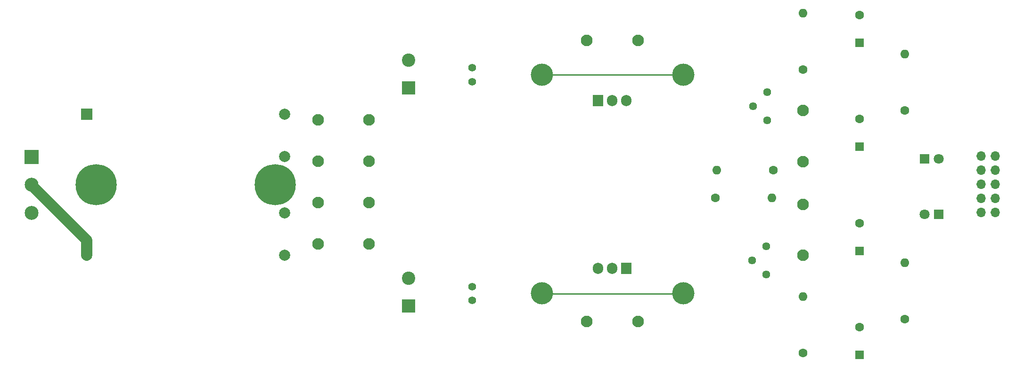
<source format=gbr>
%TF.GenerationSoftware,KiCad,Pcbnew,(6.0.0-0)*%
%TF.CreationDate,2022-01-03T20:25:41-06:00*%
%TF.ProjectId,Full Linear PSU,46756c6c-204c-4696-9e65-617220505355,0.1*%
%TF.SameCoordinates,Original*%
%TF.FileFunction,Copper,L2,Bot*%
%TF.FilePolarity,Positive*%
%FSLAX46Y46*%
G04 Gerber Fmt 4.6, Leading zero omitted, Abs format (unit mm)*
G04 Created by KiCad (PCBNEW (6.0.0-0)) date 2022-01-03 20:25:41*
%MOMM*%
%LPD*%
G01*
G04 APERTURE LIST*
%TA.AperFunction,ComponentPad*%
%ADD10C,1.600000*%
%TD*%
%TA.AperFunction,ComponentPad*%
%ADD11O,1.600000X1.600000*%
%TD*%
%TA.AperFunction,ComponentPad*%
%ADD12R,2.000000X2.000000*%
%TD*%
%TA.AperFunction,ComponentPad*%
%ADD13C,2.000000*%
%TD*%
%TA.AperFunction,ConnectorPad*%
%ADD14C,7.400000*%
%TD*%
%TA.AperFunction,ComponentPad*%
%ADD15C,4.100000*%
%TD*%
%TA.AperFunction,ComponentPad*%
%ADD16C,2.100000*%
%TD*%
%TA.AperFunction,ComponentPad*%
%ADD17R,1.600000X1.600000*%
%TD*%
%TA.AperFunction,ComponentPad*%
%ADD18R,1.905000X2.000000*%
%TD*%
%TA.AperFunction,ComponentPad*%
%ADD19O,1.905000X2.000000*%
%TD*%
%TA.AperFunction,ComponentPad*%
%ADD20C,1.440000*%
%TD*%
%TA.AperFunction,ComponentPad*%
%ADD21R,2.500000X2.500000*%
%TD*%
%TA.AperFunction,ComponentPad*%
%ADD22C,2.500000*%
%TD*%
%TA.AperFunction,ComponentPad*%
%ADD23R,1.800000X1.800000*%
%TD*%
%TA.AperFunction,ComponentPad*%
%ADD24C,1.800000*%
%TD*%
%TA.AperFunction,ComponentPad*%
%ADD25R,2.400000X2.400000*%
%TD*%
%TA.AperFunction,ComponentPad*%
%ADD26C,2.400000*%
%TD*%
%TA.AperFunction,ComponentPad*%
%ADD27C,1.400000*%
%TD*%
%TA.AperFunction,HeatsinkPad*%
%ADD28C,4.000000*%
%TD*%
%TA.AperFunction,ComponentPad*%
%ADD29O,1.700000X1.700000*%
%TD*%
%TA.AperFunction,Conductor*%
%ADD30C,0.250000*%
%TD*%
%TA.AperFunction,Conductor*%
%ADD31C,2.000000*%
%TD*%
G04 APERTURE END LIST*
D10*
%TO.P,R1,1*%
%TO.N,Net-(R1-Pad1)*%
X192100000Y-103800000D03*
D11*
%TO.P,R1,2*%
%TO.N,GNDREF*%
X202260000Y-103800000D03*
%TD*%
D12*
%TO.P,TR1,1*%
%TO.N,Net-(J1-Pad1)*%
X79120000Y-88800000D03*
D13*
%TO.P,TR1,4*%
%TO.N,Net-(J1-Pad2)*%
X79120000Y-114200000D03*
%TO.P,TR1,5*%
%TO.N,18Va*%
X114680000Y-88800000D03*
%TO.P,TR1,6*%
%TO.N,GNDREF*%
X114680000Y-96420000D03*
%TO.P,TR1,7*%
X114680000Y-106580000D03*
%TO.P,TR1,8*%
%TO.N,18Vb*%
X114680000Y-114200000D03*
D14*
%TO.P,TR1,a*%
%TO.N,N/C*%
X112990900Y-101500000D03*
D15*
X112990900Y-101500000D03*
D14*
%TO.P,TR1,b*%
X80809100Y-101500000D03*
D15*
X80809100Y-101500000D03*
%TD*%
D10*
%TO.P,R6,1*%
%TO.N,Net-(D10-Pad1)*%
X226100000Y-88100000D03*
D11*
%TO.P,R6,2*%
%TO.N,Net-(C8-Pad2)*%
X226100000Y-77940000D03*
%TD*%
D10*
%TO.P,R5,1*%
%TO.N,Net-(C7-Pad1)*%
X226100000Y-125700000D03*
D11*
%TO.P,R5,2*%
%TO.N,Net-(D9-Pad2)*%
X226100000Y-115540000D03*
%TD*%
D16*
%TO.P,D3,A*%
%TO.N,18Vb*%
X120700000Y-104700000D03*
%TO.P,D3,K*%
%TO.N,Net-(C1-Pad1)*%
X129900000Y-104700000D03*
%TD*%
D17*
%TO.P,C7,1*%
%TO.N,Net-(C7-Pad1)*%
X218000000Y-113400000D03*
D10*
%TO.P,C7,2*%
%TO.N,GNDREF*%
X218000000Y-108400000D03*
%TD*%
D18*
%TO.P,U1,1,ADJ*%
%TO.N,Net-(TRIM1-Pad2)*%
X176100000Y-116500000D03*
D19*
%TO.P,U1,2,VO*%
%TO.N,Net-(C7-Pad1)*%
X173560000Y-116500000D03*
%TO.P,U1,3,VI*%
%TO.N,Net-(C1-Pad1)*%
X171020000Y-116500000D03*
%TD*%
D20*
%TO.P,TRIM2,1,Left*%
%TO.N,Net-(TRIM2-Pad1)*%
X201400000Y-89900000D03*
%TO.P,TRIM2,2,Center*%
X198860000Y-87360000D03*
%TO.P,TRIM2,3,Right*%
%TO.N,Net-(R2-Pad2)*%
X201400000Y-84820000D03*
%TD*%
D17*
%TO.P,C6,1*%
%TO.N,GNDREF*%
X218000000Y-94600000D03*
D10*
%TO.P,C6,2*%
%TO.N,Net-(C6-Pad2)*%
X218000000Y-89600000D03*
%TD*%
D16*
%TO.P,D2,A*%
%TO.N,Net-(C3-Pad2)*%
X129900000Y-89800000D03*
%TO.P,D2,K*%
%TO.N,18Va*%
X120700000Y-89800000D03*
%TD*%
D10*
%TO.P,R3,1*%
%TO.N,Net-(C7-Pad1)*%
X207800000Y-131800000D03*
D11*
%TO.P,R3,2*%
%TO.N,Net-(C5-Pad1)*%
X207800000Y-121640000D03*
%TD*%
D20*
%TO.P,TRIM1,1,Left*%
%TO.N,Net-(R1-Pad1)*%
X201200000Y-117600000D03*
%TO.P,TRIM1,2,Center*%
%TO.N,Net-(TRIM1-Pad2)*%
X198660000Y-115060000D03*
%TO.P,TRIM1,3,Right*%
X201200000Y-112520000D03*
%TD*%
D21*
%TO.P,J1,1*%
%TO.N,Net-(J1-Pad1)*%
X69200000Y-96500000D03*
D22*
%TO.P,J1,2*%
%TO.N,Net-(J1-Pad2)*%
X69200000Y-101500000D03*
%TO.P,J1,3*%
%TO.N,GNDPWR*%
X69200000Y-106500000D03*
%TD*%
D16*
%TO.P,D1,A*%
%TO.N,18Va*%
X120700000Y-112100000D03*
%TO.P,D1,K*%
%TO.N,Net-(C1-Pad1)*%
X129900000Y-112100000D03*
%TD*%
D17*
%TO.P,C8,1*%
%TO.N,GNDREF*%
X218000000Y-75900000D03*
D10*
%TO.P,C8,2*%
%TO.N,Net-(C8-Pad2)*%
X218000000Y-70900000D03*
%TD*%
D16*
%TO.P,D4,A*%
%TO.N,Net-(C3-Pad2)*%
X129900000Y-97200000D03*
%TO.P,D4,K*%
%TO.N,18Vb*%
X120700000Y-97200000D03*
%TD*%
%TO.P,D6,A*%
%TO.N,Net-(C3-Pad2)*%
X169000000Y-75500000D03*
%TO.P,D6,K*%
%TO.N,Net-(C8-Pad2)*%
X178200000Y-75500000D03*
%TD*%
D23*
%TO.P,D10,1,K*%
%TO.N,Net-(D10-Pad1)*%
X229700000Y-96800000D03*
D24*
%TO.P,D10,2,A*%
%TO.N,GNDREF*%
X232240000Y-96800000D03*
%TD*%
D10*
%TO.P,R2,1*%
%TO.N,GNDREF*%
X202500000Y-98800000D03*
D11*
%TO.P,R2,2*%
%TO.N,Net-(R2-Pad2)*%
X192340000Y-98800000D03*
%TD*%
D10*
%TO.P,R4,1*%
%TO.N,Net-(C6-Pad2)*%
X207800000Y-80700000D03*
D11*
%TO.P,R4,2*%
%TO.N,Net-(C8-Pad2)*%
X207800000Y-70540000D03*
%TD*%
D23*
%TO.P,D9,1,K*%
%TO.N,GNDREF*%
X232200000Y-106800000D03*
D24*
%TO.P,D9,2,A*%
%TO.N,Net-(D9-Pad2)*%
X229660000Y-106800000D03*
%TD*%
D25*
%TO.P,C2,1*%
%TO.N,Net-(C1-Pad1)*%
X137000000Y-123300000D03*
D26*
%TO.P,C2,2*%
%TO.N,GNDREF*%
X137000000Y-118300000D03*
%TD*%
D17*
%TO.P,C5,1*%
%TO.N,Net-(C5-Pad1)*%
X218000000Y-132100000D03*
D10*
%TO.P,C5,2*%
%TO.N,GNDREF*%
X218000000Y-127100000D03*
%TD*%
D27*
%TO.P,C1,1*%
%TO.N,Net-(C1-Pad1)*%
X148400000Y-122300000D03*
%TO.P,C1,2*%
%TO.N,GNDREF*%
X148400000Y-119800000D03*
%TD*%
D28*
%TO.P,HS1,1*%
%TO.N,unconnected-(HS1-Pad1)*%
X186320000Y-121050000D03*
X160920000Y-121050000D03*
%TD*%
D16*
%TO.P,D5,A*%
%TO.N,Net-(C7-Pad1)*%
X178200000Y-126100000D03*
%TO.P,D5,K*%
%TO.N,Net-(C1-Pad1)*%
X169000000Y-126100000D03*
%TD*%
%TO.P,D8,A*%
%TO.N,Net-(C8-Pad2)*%
X207800000Y-88100000D03*
%TO.P,D8,K*%
%TO.N,Net-(C6-Pad2)*%
X207800000Y-97300000D03*
%TD*%
D29*
%TO.P,J2,1,+12V*%
%TO.N,Net-(C7-Pad1)*%
X242370000Y-106480000D03*
%TO.P,J2,2,+12V*%
X239830000Y-106480000D03*
%TO.P,J2,3,GND*%
%TO.N,GNDREF*%
X242370000Y-103940000D03*
%TO.P,J2,4,GND*%
X239830000Y-103940000D03*
%TO.P,J2,5,GND*%
X242370000Y-101400000D03*
%TO.P,J2,6,GND*%
X239830000Y-101400000D03*
%TO.P,J2,7,GND*%
X242370000Y-98860000D03*
%TO.P,J2,8,GND*%
X239830000Y-98860000D03*
%TO.P,J2,9,-12V*%
%TO.N,Net-(C8-Pad2)*%
X242370000Y-96320000D03*
%TO.P,J2,10,-12V*%
X239830000Y-96320000D03*
%TD*%
D25*
%TO.P,C3,1*%
%TO.N,GNDREF*%
X137000000Y-84000000D03*
D26*
%TO.P,C3,2*%
%TO.N,Net-(C3-Pad2)*%
X137000000Y-79000000D03*
%TD*%
D16*
%TO.P,D7,A*%
%TO.N,Net-(C5-Pad1)*%
X207800000Y-114200000D03*
%TO.P,D7,K*%
%TO.N,Net-(C7-Pad1)*%
X207800000Y-105000000D03*
%TD*%
D28*
%TO.P,HS2,1*%
%TO.N,unconnected-(HS2-Pad1)*%
X186320000Y-81650000D03*
X160920000Y-81650000D03*
%TD*%
D18*
%TO.P,U2,1,ADJ*%
%TO.N,Net-(TRIM2-Pad1)*%
X171000000Y-86300000D03*
D19*
%TO.P,U2,2,VI*%
%TO.N,Net-(C3-Pad2)*%
X173540000Y-86300000D03*
%TO.P,U2,3,VO*%
%TO.N,Net-(C8-Pad2)*%
X176080000Y-86300000D03*
%TD*%
D27*
%TO.P,C4,1*%
%TO.N,GNDREF*%
X148400000Y-82900000D03*
%TO.P,C4,2*%
%TO.N,Net-(C3-Pad2)*%
X148400000Y-80400000D03*
%TD*%
D30*
%TO.N,unconnected-(HS1-Pad1)*%
X160929000Y-121112000D02*
X186329000Y-121112000D01*
%TO.N,unconnected-(HS2-Pad1)*%
X160920000Y-81650000D02*
X186320000Y-81650000D01*
D31*
%TO.N,Net-(J1-Pad2)*%
X79120000Y-111422000D02*
X79120000Y-114200000D01*
X69215000Y-101517000D02*
X79120000Y-111422000D01*
%TD*%
M02*

</source>
